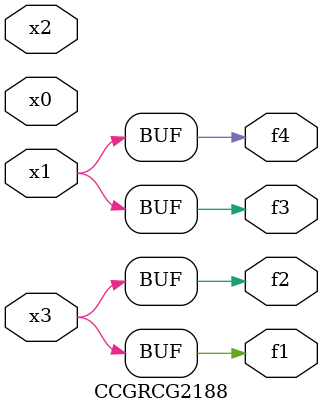
<source format=v>
module CCGRCG2188(
	input x0, x1, x2, x3,
	output f1, f2, f3, f4
);
	assign f1 = x3;
	assign f2 = x3;
	assign f3 = x1;
	assign f4 = x1;
endmodule

</source>
